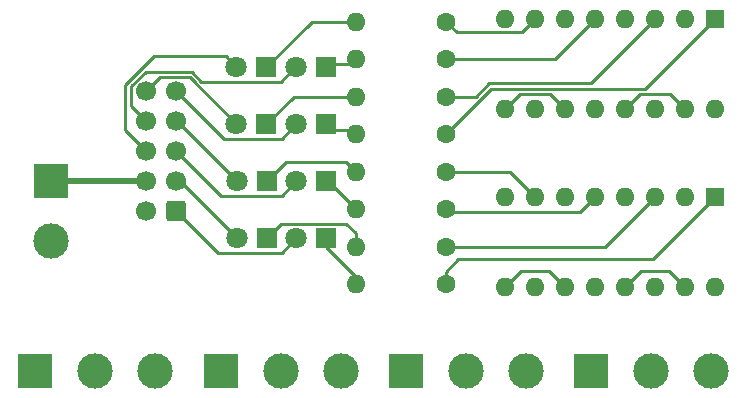
<source format=gbr>
%TF.GenerationSoftware,KiCad,Pcbnew,7.0.6*%
%TF.CreationDate,2023-09-19T17:21:49+08:00*%
%TF.ProjectId,ControlPanel_RF_Breakout,436f6e74-726f-46c5-9061-6e656c5f5246,0*%
%TF.SameCoordinates,Original*%
%TF.FileFunction,Copper,L1,Top*%
%TF.FilePolarity,Positive*%
%FSLAX46Y46*%
G04 Gerber Fmt 4.6, Leading zero omitted, Abs format (unit mm)*
G04 Created by KiCad (PCBNEW 7.0.6) date 2023-09-19 17:21:49*
%MOMM*%
%LPD*%
G01*
G04 APERTURE LIST*
G04 Aperture macros list*
%AMRoundRect*
0 Rectangle with rounded corners*
0 $1 Rounding radius*
0 $2 $3 $4 $5 $6 $7 $8 $9 X,Y pos of 4 corners*
0 Add a 4 corners polygon primitive as box body*
4,1,4,$2,$3,$4,$5,$6,$7,$8,$9,$2,$3,0*
0 Add four circle primitives for the rounded corners*
1,1,$1+$1,$2,$3*
1,1,$1+$1,$4,$5*
1,1,$1+$1,$6,$7*
1,1,$1+$1,$8,$9*
0 Add four rect primitives between the rounded corners*
20,1,$1+$1,$2,$3,$4,$5,0*
20,1,$1+$1,$4,$5,$6,$7,0*
20,1,$1+$1,$6,$7,$8,$9,0*
20,1,$1+$1,$8,$9,$2,$3,0*%
G04 Aperture macros list end*
%TA.AperFunction,ComponentPad*%
%ADD10C,1.700000*%
%TD*%
%TA.AperFunction,ComponentPad*%
%ADD11RoundRect,0.250000X0.600000X0.600000X-0.600000X0.600000X-0.600000X-0.600000X0.600000X-0.600000X0*%
%TD*%
%TA.AperFunction,ComponentPad*%
%ADD12C,1.800000*%
%TD*%
%TA.AperFunction,ComponentPad*%
%ADD13R,1.800000X1.800000*%
%TD*%
%TA.AperFunction,ComponentPad*%
%ADD14C,1.600000*%
%TD*%
%TA.AperFunction,ComponentPad*%
%ADD15O,1.600000X1.600000*%
%TD*%
%TA.AperFunction,ComponentPad*%
%ADD16R,1.600000X1.600000*%
%TD*%
%TA.AperFunction,ComponentPad*%
%ADD17C,3.000000*%
%TD*%
%TA.AperFunction,ComponentPad*%
%ADD18R,3.000000X3.000000*%
%TD*%
%TA.AperFunction,Conductor*%
%ADD19C,0.250000*%
%TD*%
%TA.AperFunction,Conductor*%
%ADD20C,0.500000*%
%TD*%
G04 APERTURE END LIST*
D10*
%TO.P,IDC_RF1,10,Pin_10*%
%TO.N,/C_OFF*%
X5842000Y-9652000D03*
%TO.P,IDC_RF1,9,Pin_9*%
%TO.N,/C_ON*%
X8382000Y-9652000D03*
%TO.P,IDC_RF1,8,Pin_8*%
%TO.N,/D_ON*%
X5842000Y-12192000D03*
%TO.P,IDC_RF1,7,Pin_7*%
%TO.N,/B_OFF*%
X8382000Y-12192000D03*
%TO.P,IDC_RF1,6,Pin_6*%
%TO.N,/D_OFF*%
X5842000Y-14732000D03*
%TO.P,IDC_RF1,5,Pin_5*%
%TO.N,/B_ON*%
X8382000Y-14732000D03*
%TO.P,IDC_RF1,4,Pin_4*%
%TO.N,/3V3*%
X5842000Y-17272000D03*
%TO.P,IDC_RF1,3,Pin_3*%
%TO.N,/A_OFF*%
X8382000Y-17272000D03*
%TO.P,IDC_RF1,2,Pin_2*%
%TO.N,/GND*%
X5842000Y-19812000D03*
D11*
%TO.P,IDC_RF1,1,Pin_1*%
%TO.N,/A_ON*%
X8382000Y-19812000D03*
%TD*%
D12*
%TO.P,D8,2,A*%
%TO.N,/D_OFF*%
X13462000Y-7620000D03*
D13*
%TO.P,D8,1,K*%
%TO.N,Net-(D8-K)*%
X16002000Y-7620000D03*
%TD*%
D12*
%TO.P,D7,2,A*%
%TO.N,/D_ON*%
X18542000Y-7620000D03*
D13*
%TO.P,D7,1,K*%
%TO.N,Net-(D7-K)*%
X21082000Y-7620000D03*
%TD*%
D12*
%TO.P,D6,2,A*%
%TO.N,/C_OFF*%
X13462000Y-12446000D03*
D13*
%TO.P,D6,1,K*%
%TO.N,Net-(D6-K)*%
X16002000Y-12446000D03*
%TD*%
D12*
%TO.P,D5,2,A*%
%TO.N,/C_ON*%
X18542000Y-12446000D03*
D13*
%TO.P,D5,1,K*%
%TO.N,Net-(D5-K)*%
X21082000Y-12446000D03*
%TD*%
D12*
%TO.P,D4,2,A*%
%TO.N,/B_OFF*%
X13467000Y-17272000D03*
D13*
%TO.P,D4,1,K*%
%TO.N,Net-(D4-K)*%
X16007000Y-17272000D03*
%TD*%
D12*
%TO.P,D3,2,A*%
%TO.N,/B_ON*%
X18542000Y-17272000D03*
D13*
%TO.P,D3,1,K*%
%TO.N,Net-(D3-K)*%
X21082000Y-17272000D03*
%TD*%
D12*
%TO.P,D2,2,A*%
%TO.N,/A_OFF*%
X13467000Y-22098000D03*
D13*
%TO.P,D2,1,K*%
%TO.N,Net-(D2-K)*%
X16007000Y-22098000D03*
%TD*%
D12*
%TO.P,D1,2,A*%
%TO.N,/A_ON*%
X18542000Y-22098000D03*
D13*
%TO.P,D1,1,K*%
%TO.N,Net-(D1-K)*%
X21082000Y-22098000D03*
%TD*%
D14*
%TO.P,R9,1*%
%TO.N,Net-(R9-Pad1)*%
X31191200Y-3764000D03*
D15*
%TO.P,R9,2*%
%TO.N,Net-(D8-K)*%
X23571200Y-3764000D03*
%TD*%
%TO.P,R8,2*%
%TO.N,Net-(D7-K)*%
X23571200Y-6939000D03*
D14*
%TO.P,R8,1*%
%TO.N,Net-(R8-Pad1)*%
X31191200Y-6939000D03*
%TD*%
D15*
%TO.P,R7,2*%
%TO.N,Net-(D6-K)*%
X23571200Y-10114000D03*
D14*
%TO.P,R7,1*%
%TO.N,Net-(R7-Pad1)*%
X31191200Y-10114000D03*
%TD*%
D15*
%TO.P,R6,2*%
%TO.N,Net-(D5-K)*%
X23571200Y-13289000D03*
D14*
%TO.P,R6,1*%
%TO.N,Net-(R6-Pad1)*%
X31191200Y-13289000D03*
%TD*%
D15*
%TO.P,R5,2*%
%TO.N,Net-(D4-K)*%
X23571200Y-16464000D03*
D14*
%TO.P,R5,1*%
%TO.N,Net-(R5-Pad1)*%
X31191200Y-16464000D03*
%TD*%
D15*
%TO.P,R4,2*%
%TO.N,Net-(D3-K)*%
X23571200Y-19639000D03*
D14*
%TO.P,R4,1*%
%TO.N,Net-(R4-Pad1)*%
X31191200Y-19639000D03*
%TD*%
D15*
%TO.P,R3,2*%
%TO.N,Net-(D2-K)*%
X23571200Y-22814000D03*
D14*
%TO.P,R3,1*%
%TO.N,Net-(R3-Pad1)*%
X31191200Y-22814000D03*
%TD*%
D15*
%TO.P,R2,2*%
%TO.N,Net-(D1-K)*%
X23576600Y-25997650D03*
D14*
%TO.P,R2,1*%
%TO.N,Net-(R2-Pad1)*%
X31196600Y-25997650D03*
%TD*%
D15*
%TO.P,U2,16*%
%TO.N,Net-(J18-Pin_3)*%
X53981200Y-26217650D03*
%TO.P,U2,15*%
%TO.N,Net-(J18-Pin_1)*%
X51441200Y-26217650D03*
%TO.P,U2,14*%
%TO.N,Net-(J18-Pin_2)*%
X48901200Y-26217650D03*
%TO.P,U2,13*%
%TO.N,Net-(J18-Pin_1)*%
X46361200Y-26217650D03*
%TO.P,U2,12*%
%TO.N,Net-(J19-Pin_3)*%
X43821200Y-26217650D03*
%TO.P,U2,11*%
%TO.N,Net-(J19-Pin_1)*%
X41281200Y-26217650D03*
%TO.P,U2,10*%
%TO.N,Net-(J19-Pin_2)*%
X38741200Y-26217650D03*
%TO.P,U2,9*%
%TO.N,Net-(J19-Pin_1)*%
X36201200Y-26217650D03*
%TO.P,U2,8*%
%TO.N,/GND*%
X36201200Y-18597650D03*
%TO.P,U2,7*%
%TO.N,Net-(R5-Pad1)*%
X38741200Y-18597650D03*
%TO.P,U2,6*%
%TO.N,/GND*%
X41281200Y-18597650D03*
%TO.P,U2,5*%
%TO.N,Net-(R4-Pad1)*%
X43821200Y-18597650D03*
%TO.P,U2,4*%
%TO.N,/GND*%
X46361200Y-18597650D03*
%TO.P,U2,3*%
%TO.N,Net-(R3-Pad1)*%
X48901200Y-18597650D03*
%TO.P,U2,2*%
%TO.N,/GND*%
X51441200Y-18597650D03*
D16*
%TO.P,U2,1*%
%TO.N,Net-(R2-Pad1)*%
X53981200Y-18597650D03*
%TD*%
D17*
%TO.P,J18,3,Pin_3*%
%TO.N,Net-(J18-Pin_3)*%
X53621600Y-33338000D03*
%TO.P,J18,2,Pin_2*%
%TO.N,Net-(J18-Pin_2)*%
X48541600Y-33338000D03*
D18*
%TO.P,J18,1,Pin_1*%
%TO.N,Net-(J18-Pin_1)*%
X43461600Y-33338000D03*
%TD*%
%TO.P,J22,1,Pin_1*%
%TO.N,/3V3*%
X-2276000Y-17272000D03*
D17*
%TO.P,J22,2,Pin_2*%
%TO.N,/GND*%
X-2276000Y-22352000D03*
%TD*%
%TO.P,J21,3,Pin_3*%
%TO.N,Net-(J21-Pin_3)*%
X6604000Y-33338000D03*
%TO.P,J21,2,Pin_2*%
%TO.N,Net-(J21-Pin_2)*%
X1524000Y-33338000D03*
D18*
%TO.P,J21,1,Pin_1*%
%TO.N,Net-(J21-Pin_1)*%
X-3556000Y-33338000D03*
%TD*%
D16*
%TO.P,U3,1*%
%TO.N,Net-(R6-Pad1)*%
X53981200Y-3566000D03*
D15*
%TO.P,U3,2*%
%TO.N,/GND*%
X51441200Y-3566000D03*
%TO.P,U3,3*%
%TO.N,Net-(R7-Pad1)*%
X48901200Y-3566000D03*
%TO.P,U3,4*%
%TO.N,/GND*%
X46361200Y-3566000D03*
%TO.P,U3,5*%
%TO.N,Net-(R8-Pad1)*%
X43821200Y-3566000D03*
%TO.P,U3,6*%
%TO.N,/GND*%
X41281200Y-3566000D03*
%TO.P,U3,7*%
%TO.N,Net-(R9-Pad1)*%
X38741200Y-3566000D03*
%TO.P,U3,8*%
%TO.N,/GND*%
X36201200Y-3566000D03*
%TO.P,U3,9*%
%TO.N,Net-(J21-Pin_1)*%
X36201200Y-11186000D03*
%TO.P,U3,10*%
%TO.N,Net-(J21-Pin_2)*%
X38741200Y-11186000D03*
%TO.P,U3,11*%
%TO.N,Net-(J21-Pin_1)*%
X41281200Y-11186000D03*
%TO.P,U3,12*%
%TO.N,Net-(J21-Pin_3)*%
X43821200Y-11186000D03*
%TO.P,U3,13*%
%TO.N,Net-(J20-Pin_1)*%
X46361200Y-11186000D03*
%TO.P,U3,14*%
%TO.N,Net-(J20-Pin_2)*%
X48901200Y-11186000D03*
%TO.P,U3,15*%
%TO.N,Net-(J20-Pin_1)*%
X51441200Y-11186000D03*
%TO.P,U3,16*%
%TO.N,Net-(J20-Pin_3)*%
X53981200Y-11186000D03*
%TD*%
D17*
%TO.P,J20,3,Pin_3*%
%TO.N,Net-(J20-Pin_3)*%
X22273600Y-33338000D03*
%TO.P,J20,2,Pin_2*%
%TO.N,Net-(J20-Pin_2)*%
X17193600Y-33338000D03*
D18*
%TO.P,J20,1,Pin_1*%
%TO.N,Net-(J20-Pin_1)*%
X12113600Y-33338000D03*
%TD*%
D17*
%TO.P,J19,3,Pin_3*%
%TO.N,Net-(J19-Pin_3)*%
X37945400Y-33338000D03*
%TO.P,J19,2,Pin_2*%
%TO.N,Net-(J19-Pin_2)*%
X32865400Y-33338000D03*
D18*
%TO.P,J19,1,Pin_1*%
%TO.N,Net-(J19-Pin_1)*%
X27785400Y-33338000D03*
%TD*%
D19*
%TO.N,Net-(R7-Pad1)*%
X34837804Y-9006000D02*
X43461200Y-9006000D01*
X43461200Y-9006000D02*
X48901200Y-3566000D01*
X33729804Y-10114000D02*
X34837804Y-9006000D01*
X31191200Y-10114000D02*
X33729804Y-10114000D01*
%TO.N,Net-(R6-Pad1)*%
X48091200Y-9456000D02*
X53981200Y-3566000D01*
X31191200Y-13289000D02*
X35024200Y-9456000D01*
X35024200Y-9456000D02*
X48091200Y-9456000D01*
%TO.N,Net-(J20-Pin_1)*%
X50161200Y-9906000D02*
X47641200Y-9906000D01*
X51441200Y-11186000D02*
X50161200Y-9906000D01*
X47641200Y-9906000D02*
X46361200Y-11186000D01*
%TO.N,Net-(J21-Pin_1)*%
X40001200Y-9906000D02*
X37481200Y-9906000D01*
X41281200Y-11186000D02*
X40001200Y-9906000D01*
X37481200Y-9906000D02*
X36201200Y-11186000D01*
%TO.N,Net-(R8-Pad1)*%
X40467200Y-6920000D02*
X43821200Y-3566000D01*
X31210200Y-6920000D02*
X40467200Y-6920000D01*
X31191200Y-6939000D02*
X31210200Y-6920000D01*
%TO.N,Net-(R9-Pad1)*%
X32118200Y-4691000D02*
X37616200Y-4691000D01*
X37616200Y-4691000D02*
X38741200Y-3566000D01*
X31191200Y-3764000D02*
X32118200Y-4691000D01*
D20*
%TO.N,/3V3*%
X-2032000Y-17272000D02*
X5842000Y-17272000D01*
D19*
%TO.N,/D_OFF*%
X4064000Y-12954000D02*
X5842000Y-14732000D01*
X6475903Y-6720000D02*
X4064000Y-9131903D01*
X12562000Y-6720000D02*
X6475903Y-6720000D01*
X13462000Y-7620000D02*
X12562000Y-6720000D01*
X4064000Y-9131903D02*
X4064000Y-12954000D01*
%TO.N,/D_ON*%
X5805299Y-8027000D02*
X4572000Y-9260299D01*
X9679396Y-8027000D02*
X5805299Y-8027000D01*
X17227000Y-8845000D02*
X10497396Y-8845000D01*
X18452000Y-7620000D02*
X17227000Y-8845000D01*
X18542000Y-7620000D02*
X18452000Y-7620000D01*
X10497396Y-8845000D02*
X9679396Y-8027000D01*
X4572000Y-9260299D02*
X4572000Y-10922000D01*
X4572000Y-10922000D02*
X5842000Y-12192000D01*
%TO.N,/C_OFF*%
X7017000Y-8477000D02*
X5842000Y-9652000D01*
X9493000Y-8477000D02*
X7017000Y-8477000D01*
X13462000Y-12446000D02*
X9493000Y-8477000D01*
%TO.N,/C_ON*%
X12401000Y-13671000D02*
X8382000Y-9652000D01*
X17317000Y-13671000D02*
X12401000Y-13671000D01*
X18542000Y-12446000D02*
X17317000Y-13671000D01*
%TO.N,/B_OFF*%
X8387000Y-12192000D02*
X8382000Y-12192000D01*
X13467000Y-17272000D02*
X8387000Y-12192000D01*
%TO.N,/B_ON*%
X17317000Y-18497000D02*
X12147000Y-18497000D01*
X12147000Y-18497000D02*
X8382000Y-14732000D01*
X18542000Y-17272000D02*
X17317000Y-18497000D01*
%TO.N,/A_OFF*%
X8641000Y-17272000D02*
X8382000Y-17272000D01*
X13467000Y-22098000D02*
X8641000Y-17272000D01*
%TO.N,/A_ON*%
X11893000Y-23323000D02*
X8382000Y-19812000D01*
X17317000Y-23323000D02*
X11893000Y-23323000D01*
X18542000Y-22098000D02*
X17317000Y-23323000D01*
%TO.N,Net-(D7-K)*%
X21336000Y-7366000D02*
X21082000Y-7620000D01*
X23144200Y-7366000D02*
X21336000Y-7366000D01*
X23571200Y-6939000D02*
X23144200Y-7366000D01*
%TO.N,Net-(D5-K)*%
X23236200Y-12954000D02*
X21590000Y-12954000D01*
X23571200Y-13289000D02*
X23236200Y-12954000D01*
X21590000Y-12954000D02*
X21082000Y-12446000D01*
%TO.N,Net-(D1-K)*%
X21082000Y-22860000D02*
X21082000Y-22098000D01*
X23576600Y-25354600D02*
X21082000Y-22860000D01*
X23576600Y-25997650D02*
X23576600Y-25354600D01*
%TO.N,Net-(D2-K)*%
X17232000Y-20873000D02*
X16007000Y-22098000D01*
X22761570Y-20873000D02*
X17232000Y-20873000D01*
X23571200Y-21682630D02*
X22761570Y-20873000D01*
X23571200Y-22814000D02*
X23571200Y-21682630D01*
%TO.N,Net-(D3-K)*%
X21204200Y-17272000D02*
X21082000Y-17272000D01*
X23571200Y-19639000D02*
X21204200Y-17272000D01*
%TO.N,Net-(D4-K)*%
X17614999Y-15664001D02*
X16007000Y-17272000D01*
X22771201Y-15664001D02*
X17614999Y-15664001D01*
X23571200Y-16464000D02*
X22771201Y-15664001D01*
%TO.N,Net-(D6-K)*%
X18334000Y-10114000D02*
X16002000Y-12446000D01*
X23571200Y-10114000D02*
X18334000Y-10114000D01*
%TO.N,Net-(D8-K)*%
X19858000Y-3764000D02*
X16002000Y-7620000D01*
X23571200Y-3764000D02*
X19858000Y-3764000D01*
%TO.N,Net-(J18-Pin_1)*%
X47686850Y-24892000D02*
X46361200Y-26217650D01*
X50115550Y-24892000D02*
X47686850Y-24892000D01*
X51441200Y-26217650D02*
X50115550Y-24892000D01*
%TO.N,Net-(J19-Pin_1)*%
X39955550Y-24892000D02*
X37526850Y-24892000D01*
X37526850Y-24892000D02*
X36201200Y-26217650D01*
X41281200Y-26217650D02*
X39955550Y-24892000D01*
%TO.N,Net-(R2-Pad1)*%
X31196600Y-24937400D02*
X32254000Y-23880000D01*
X32254000Y-23880000D02*
X48698850Y-23880000D01*
X31196600Y-25997650D02*
X31196600Y-24937400D01*
X48698850Y-23880000D02*
X53981200Y-18597650D01*
%TO.N,Net-(R3-Pad1)*%
X31191200Y-22814000D02*
X44684850Y-22814000D01*
X44684850Y-22814000D02*
X48901200Y-18597650D01*
%TO.N,Net-(R4-Pad1)*%
X42529850Y-19889000D02*
X43821200Y-18597650D01*
X31191200Y-19639000D02*
X31441200Y-19889000D01*
X31441200Y-19889000D02*
X42529850Y-19889000D01*
%TO.N,Net-(R5-Pad1)*%
X36607550Y-16464000D02*
X38741200Y-18597650D01*
X31191200Y-16464000D02*
X36607550Y-16464000D01*
%TD*%
M02*

</source>
